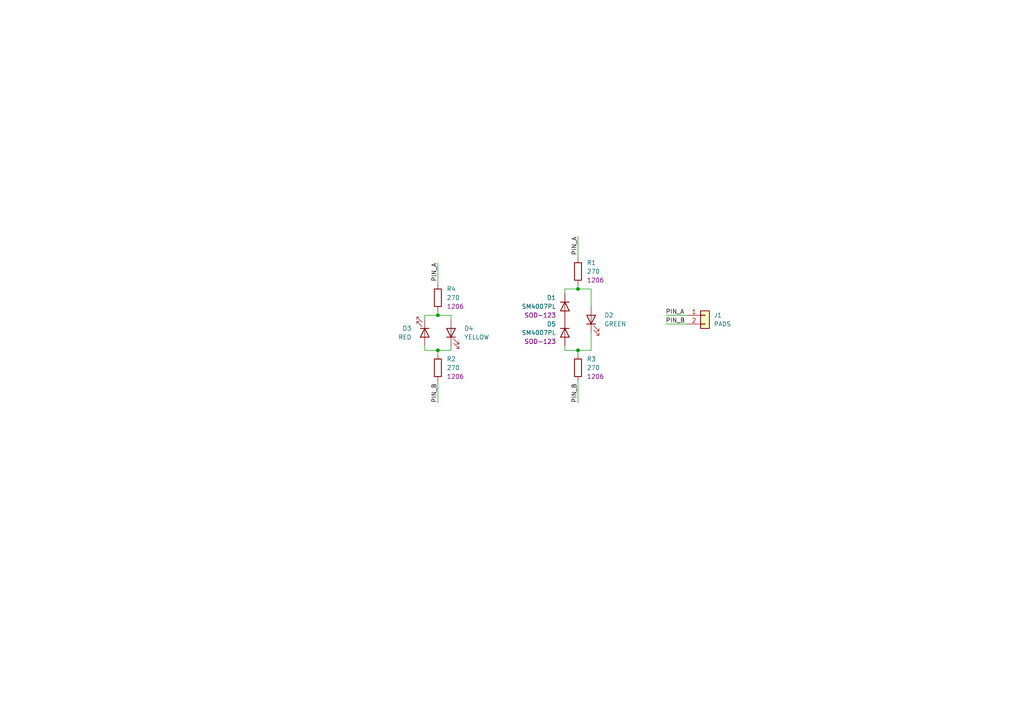
<source format=kicad_sch>
(kicad_sch (version 20230121) (generator eeschema)
  (paper "A4")
  (lib_symbols
    (symbol "Connector_Generic:Conn_01x02" (pin_names (offset 1.016) hide)
      (property "Reference" "J" (at 0 2.54 0))
      (property "Value" "Conn_01x02" (at 0 -5.08 0))
      (symbol "Conn_01x02_1_1"
        (rectangle (start -1.27 -2.413) (end 0 -2.667) (stroke (width 0.1524)))
        (rectangle (start -1.27 0.127) (end 0 -0.127) (stroke (width 0.1524)))
        (rectangle (start -1.27 1.27) (end 1.27 -3.81) (stroke (width 0.254)) (fill (type background)))
        (pin passive line (at -5.08 0 0) (length 3.81) (name "Pin_1") (number "1"))
        (pin passive line (at -5.08 -2.54 0) (length 3.81) (name "Pin_2") (number "2"))
      )
    )
    (symbol "Device:D" (pin_numbers hide) (pin_names (offset 1.016) hide)
      (property "Reference" "D" (at 0 2.54 0))
      (property "Value" "D" (at 0 -2.54 0))
      (symbol "D_0_1"
        (polyline (pts (xy -1.27 1.27) (xy -1.27 -1.27)) (stroke (width 0.254)))
        (polyline (pts (xy 1.27 0) (xy -1.27 0)))
        (polyline (pts (xy 1.27 1.27) (xy 1.27 -1.27) (xy -1.27 0) (xy 1.27 1.27)) (stroke (width 0.254)))
      )
      (symbol "D_1_1"
        (pin passive line (at -3.81 0 0) (length 2.54) (name "K") (number "1"))
        (pin passive line (at 3.81 0 180) (length 2.54) (name "A") (number "2"))
      )
    )
    (symbol "Device:LED" (pin_numbers hide) (pin_names (offset 1.016) hide)
      (property "Reference" "D" (at 0 2.54 0))
      (property "Value" "LED" (at 0 -2.54 0))
      (symbol "LED_0_1"
        (polyline (pts (xy -1.27 -1.27) (xy -1.27 1.27)) (stroke (width 0.254)))
        (polyline (pts (xy -1.27 0) (xy 1.27 0)))
        (polyline (pts (xy 1.27 -1.27) (xy 1.27 1.27) (xy -1.27 0) (xy 1.27 -1.27)) (stroke (width 0.254)))
        (polyline (pts (xy -3.048 -0.762) (xy -4.572 -2.286) (xy -3.81 -2.286) (xy -4.572 -2.286) (xy -4.572 -1.524)))
        (polyline (pts (xy -1.778 -0.762) (xy -3.302 -2.286) (xy -2.54 -2.286) (xy -3.302 -2.286) (xy -3.302 -1.524)))
      )
      (symbol "LED_1_1"
        (pin passive line (at -3.81 0 0) (length 2.54) (name "K") (number "1"))
        (pin passive line (at 3.81 0 180) (length 2.54) (name "A") (number "2"))
      )
    )
    (symbol "Device:R" (pin_numbers hide) (pin_names (offset 0))
      (property "Reference" "R" (at 2.032 0 90))
      (property "Value" "R" (at 0 0 90))
      (symbol "R_0_1"
        (rectangle (start -1.016 -2.54) (end 1.016 2.54) (stroke (width 0.254)))
      )
      (symbol "R_1_1"
        (pin passive line (at 0 3.81 270) (length 1.27) (name "~") (number "1"))
        (pin passive line (at 0 -3.81 90) (length 1.27) (name "~") (number "2"))
      )
    )
  )
  (junction (at 127 91.44))
  (junction (at 127 101.6))
  (junction (at 167.64 83.82))
  (junction (at 167.64 101.6))
  (wire (pts (xy 163.83 101.6) (xy 167.64 101.6)))
  (wire (pts (xy 193.04 93.98) (xy 199.39 93.98)))
  (wire (pts (xy 127 101.6) (xy 130.81 101.6)))
  (wire (pts (xy 167.64 101.6) (xy 167.64 102.87)))
  (wire (pts (xy 127 90.17) (xy 127 91.44)))
  (wire (pts (xy 123.19 100.33) (xy 123.19 101.6)))
  (wire (pts (xy 130.81 101.6) (xy 130.81 100.33)))
  (wire (pts (xy 167.64 101.6) (xy 171.45 101.6)))
  (wire (pts (xy 123.19 101.6) (xy 127 101.6)))
  (wire (pts (xy 127 110.49) (xy 127 116.84)))
  (wire (pts (xy 171.45 101.6) (xy 171.45 96.52)))
  (wire (pts (xy 123.19 91.44) (xy 127 91.44)))
  (wire (pts (xy 123.19 92.71) (xy 123.19 91.44)))
  (wire (pts (xy 167.64 68.58) (xy 167.64 74.93)))
  (wire (pts (xy 127 91.44) (xy 130.81 91.44)))
  (wire (pts (xy 167.64 83.82) (xy 171.45 83.82)))
  (wire (pts (xy 163.83 85.09) (xy 163.83 83.82)))
  (wire (pts (xy 130.81 91.44) (xy 130.81 92.71)))
  (wire (pts (xy 167.64 82.55) (xy 167.64 83.82)))
  (wire (pts (xy 127 76.2) (xy 127 82.55)))
  (wire (pts (xy 163.83 83.82) (xy 167.64 83.82)))
  (wire (pts (xy 167.64 110.49) (xy 167.64 116.84)))
  (wire (pts (xy 193.04 91.44) (xy 199.39 91.44)))
  (wire (pts (xy 163.83 100.33) (xy 163.83 101.6)))
  (wire (pts (xy 127 101.6) (xy 127 102.87)))
  (wire (pts (xy 171.45 83.82) (xy 171.45 88.9)))
  (label "PIN_A" (at 127 76.2 270))
  (label "PIN_A" (at 193.04 91.44 0))
  (label "PIN_B" (at 193.04 93.98 0))
  (label "PIN_B" (at 167.64 116.84 90))
  (label "PIN_A" (at 167.64 68.58 270))
  (label "PIN_B" (at 127 116.84 90))
  (symbol (lib_id "Connector_Generic:Conn_01x02") (at 204.47 91.44 0) (unit 1) (in_bom no)
    (property "Reference" "J1" (at 207.01 91.44 0) (effects (justify left)))
    (property "Value" "PADS" (at 207.01 93.98 0) (effects (justify left)))
    (property "Footprint" "Slonket_Footprints:J_Pad_2_T15" (effects hide))
  )
  (symbol (lib_id "Device:R") (at 127 86.36 0) (unit 1)
    (property "Reference" "R4" (at 129.54 83.82 0) (effects (justify left)))
    (property "Value" "270" (at 129.54 86.36 0) (effects (justify left)))
    (property "Footprint" "Slonket_Footprints:R_1206" (effects hide))
    (property "LCSC" "C25366" (effects hide))
    (property "Package" "1206" (at 129.54 88.9 0) (effects (justify left)))
  )
  (symbol (lib_id "Device:R") (at 167.64 78.74 0) (unit 1)
    (property "Reference" "R1" (at 170.18 76.2 0) (effects (justify left)))
    (property "Value" "270" (at 170.18 78.74 0) (effects (justify left)))
    (property "Footprint" "Slonket_Footprints:R_1206" (effects hide))
    (property "LCSC" "C25366" (effects hide))
    (property "Package" "1206" (at 170.18 81.28 0) (effects (justify left)))
  )
  (symbol (lib_id "Device:LED") (at 130.81 96.52 90) (unit 1) (in_bom no)
    (property "Reference" "D4" (at 134.62 95.25 90) (effects (justify right)))
    (property "Value" "YELLOW" (at 134.62 97.79 90) (effects (justify right)))
    (property "Footprint" "Slonket_Footprints:D_LED_5mm" (effects hide))
  )
  (symbol (lib_id "Device:R") (at 127 106.68 0) (unit 1)
    (property "Reference" "R2" (at 129.54 104.14 0) (effects (justify left)))
    (property "Value" "270" (at 129.54 106.68 0) (effects (justify left)))
    (property "Footprint" "Slonket_Footprints:R_1206" (effects hide))
    (property "LCSC" "C25366" (effects hide))
    (property "Package" "1206" (at 129.54 109.22 0) (effects (justify left)))
  )
  (symbol (lib_id "Device:LED") (at 123.19 96.52 270) (unit 1) (in_bom no)
    (property "Reference" "D3" (at 119.38 95.25 90) (effects (justify right)))
    (property "Value" "RED" (at 119.38 97.79 90) (effects (justify right)))
    (property "Footprint" "Slonket_Footprints:D_LED_5mm" (effects hide))
  )
  (symbol (lib_id "Device:D") (at 163.83 96.52 270) (unit 1)
    (property "Reference" "D5" (at 161.29 93.98 90) (effects (justify right)))
    (property "Value" "SM4007PL" (at 161.29 96.52 90) (effects (justify right)))
    (property "Footprint" "Slonket_Footprints:D_SOD-123F" (effects hide))
    (property "LCSC" "C64898" (effects hide))
    (property "Package" "SOD-123" (at 161.29 99.06 90) (effects (justify right)))
  )
  (symbol (lib_id "Device:D") (at 163.83 88.9 270) (unit 1)
    (property "Reference" "D1" (at 161.29 86.36 90) (effects (justify right)))
    (property "Value" "SM4007PL" (at 161.29 88.9 90) (effects (justify right)))
    (property "Footprint" "Slonket_Footprints:D_SOD-123F" (effects hide))
    (property "LCSC" "C64898" (effects hide))
    (property "Package" "SOD-123" (at 161.29 91.44 90) (effects (justify right)))
  )
  (symbol (lib_id "Device:R") (at 167.64 106.68 0) (unit 1)
    (property "Reference" "R3" (at 170.18 104.14 0) (effects (justify left)))
    (property "Value" "270" (at 170.18 106.68 0) (effects (justify left)))
    (property "Footprint" "Slonket_Footprints:R_1206" (effects hide))
    (property "LCSC" "C25366" (effects hide))
    (property "Package" "1206" (at 170.18 109.22 0) (effects (justify left)))
  )
  (symbol (lib_id "Device:LED") (at 171.45 92.71 90) (unit 1) (in_bom no)
    (property "Reference" "D2" (at 175.26 91.44 90) (effects (justify right)))
    (property "Value" "GREEN" (at 175.26 93.98 90) (effects (justify right)))
    (property "Footprint" "Slonket_Footprints:D_LED_5mm" (effects hide))
  )
)
</source>
